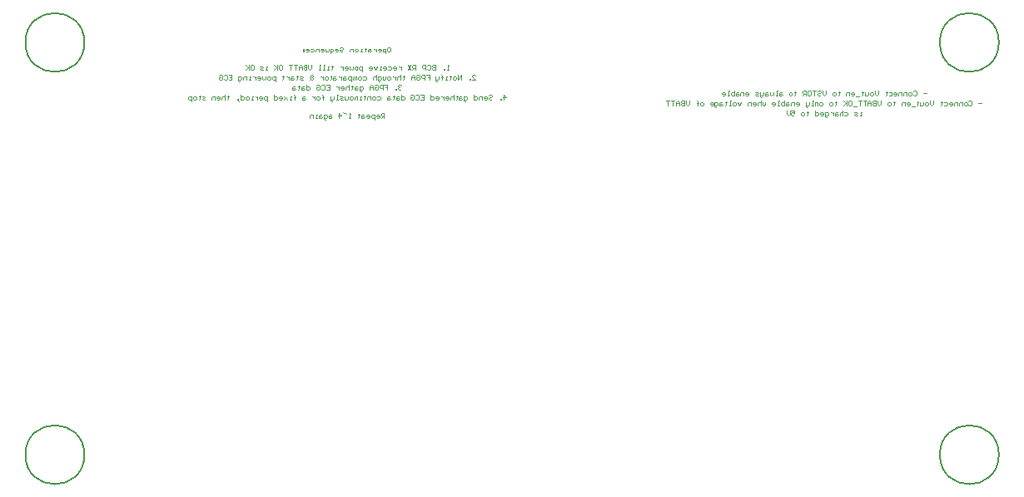
<source format=gbo>
G04*
G04 #@! TF.GenerationSoftware,Altium Limited,Altium Designer,21.6.4 (81)*
G04*
G04 Layer_Color=32896*
%FSLAX44Y44*%
%MOMM*%
G71*
G04*
G04 #@! TF.SameCoordinates,7EEBCD2D-C3DC-42FC-9086-E37A22DFF102*
G04*
G04*
G04 #@! TF.FilePolarity,Positive*
G04*
G01*
G75*
%ADD10C,0.2000*%
%ADD13C,0.1000*%
D10*
X990000Y30000D02*
G03*
X990000Y30000I-30000J0D01*
G01*
Y450000D02*
G03*
X990000Y450000I-30000J0D01*
G01*
X60000D02*
G03*
X60000Y450000I-30000J0D01*
G01*
Y30000D02*
G03*
X60000Y30000I-30000J0D01*
G01*
D13*
X369070Y445364D02*
X370736D01*
X371569Y444531D01*
Y441199D01*
X370736Y440366D01*
X369070D01*
X368237Y441199D01*
Y444531D01*
X369070Y445364D01*
X366570Y438700D02*
Y443698D01*
X364071D01*
X363238Y442865D01*
Y441199D01*
X364071Y440366D01*
X366570D01*
X359073D02*
X360739D01*
X361572Y441199D01*
Y442865D01*
X360739Y443698D01*
X359073D01*
X358240Y442865D01*
Y442032D01*
X361572D01*
X356574Y443698D02*
Y440366D01*
Y442032D01*
X355741Y442865D01*
X354908Y443698D01*
X354075D01*
X350742D02*
X349076D01*
X348243Y442865D01*
Y440366D01*
X350742D01*
X351575Y441199D01*
X350742Y442032D01*
X348243D01*
X345744Y444531D02*
Y443698D01*
X346577D01*
X344911D01*
X345744D01*
Y441199D01*
X344911Y440366D01*
X342412D02*
X340746D01*
X341579D01*
Y443698D01*
X342412D01*
X337413Y440366D02*
X335747D01*
X334914Y441199D01*
Y442865D01*
X335747Y443698D01*
X337413D01*
X338246Y442865D01*
Y441199D01*
X337413Y440366D01*
X333248D02*
Y443698D01*
X330749D01*
X329916Y442865D01*
Y440366D01*
X319919Y444531D02*
X320752Y445364D01*
X322418D01*
X323251Y444531D01*
Y443698D01*
X322418Y442865D01*
X320752D01*
X319919Y442032D01*
Y441199D01*
X320752Y440366D01*
X322418D01*
X323251Y441199D01*
X315754Y440366D02*
X317420D01*
X318253Y441199D01*
Y442865D01*
X317420Y443698D01*
X315754D01*
X314921Y442865D01*
Y442032D01*
X318253D01*
X309922Y438700D02*
Y443698D01*
X312421D01*
X313255Y442865D01*
Y441199D01*
X312421Y440366D01*
X309922D01*
X308256Y443698D02*
Y441199D01*
X307423Y440366D01*
X304924D01*
Y443698D01*
X300759Y440366D02*
X302425D01*
X303258Y441199D01*
Y442865D01*
X302425Y443698D01*
X300759D01*
X299925Y442865D01*
Y442032D01*
X303258D01*
X298259Y440366D02*
Y443698D01*
X295760D01*
X294927Y442865D01*
Y440366D01*
X289929Y443698D02*
X292428D01*
X293261Y442865D01*
Y441199D01*
X292428Y440366D01*
X289929D01*
X285763D02*
X287430D01*
X288263Y441199D01*
Y442865D01*
X287430Y443698D01*
X285763D01*
X284930Y442865D01*
Y442032D01*
X288263D01*
X283264Y443698D02*
X282431D01*
Y442865D01*
X283264D01*
Y443698D01*
Y441199D02*
X282431D01*
Y440366D01*
X283264D01*
Y441199D01*
X430300Y421904D02*
X428633D01*
X429467D01*
Y426902D01*
X430300Y426069D01*
X426134Y421904D02*
Y422737D01*
X425301D01*
Y421904D01*
X426134D01*
X416971Y426902D02*
Y421904D01*
X414471D01*
X413638Y422737D01*
Y423570D01*
X414471Y424403D01*
X416971D01*
X414471D01*
X413638Y425236D01*
Y426069D01*
X414471Y426902D01*
X416971D01*
X408640Y426069D02*
X409473Y426902D01*
X411139D01*
X411972Y426069D01*
Y422737D01*
X411139Y421904D01*
X409473D01*
X408640Y422737D01*
X406974Y421904D02*
Y426902D01*
X404475D01*
X403642Y426069D01*
Y424403D01*
X404475Y423570D01*
X406974D01*
X396977Y421904D02*
Y426902D01*
X394478D01*
X393645Y426069D01*
Y424403D01*
X394478Y423570D01*
X396977D01*
X395311D02*
X393645Y421904D01*
X391979Y426902D02*
X388647Y421904D01*
Y426902D02*
X391979Y421904D01*
X381982Y425236D02*
Y421904D01*
Y423570D01*
X381149Y424403D01*
X380316Y425236D01*
X379483D01*
X374484Y421904D02*
X376151D01*
X376984Y422737D01*
Y424403D01*
X376151Y425236D01*
X374484D01*
X373651Y424403D01*
Y423570D01*
X376984D01*
X368653Y425236D02*
X371152D01*
X371985Y424403D01*
Y422737D01*
X371152Y421904D01*
X368653D01*
X364488D02*
X366154D01*
X366987Y422737D01*
Y424403D01*
X366154Y425236D01*
X364488D01*
X363655Y424403D01*
Y423570D01*
X366987D01*
X361989Y421904D02*
X360322D01*
X361156D01*
Y425236D01*
X361989D01*
X357823D02*
X356157Y421904D01*
X354491Y425236D01*
X350326Y421904D02*
X351992D01*
X352825Y422737D01*
Y424403D01*
X351992Y425236D01*
X350326D01*
X349493Y424403D01*
Y423570D01*
X352825D01*
X342828Y420238D02*
Y425236D01*
X340329D01*
X339496Y424403D01*
Y422737D01*
X340329Y421904D01*
X342828D01*
X336997D02*
X335331D01*
X334498Y422737D01*
Y424403D01*
X335331Y425236D01*
X336997D01*
X337830Y424403D01*
Y422737D01*
X336997Y421904D01*
X332831Y425236D02*
Y422737D01*
X331998Y421904D01*
X331165Y422737D01*
X330332Y421904D01*
X329499Y422737D01*
Y425236D01*
X325334Y421904D02*
X327000D01*
X327833Y422737D01*
Y424403D01*
X327000Y425236D01*
X325334D01*
X324501Y424403D01*
Y423570D01*
X327833D01*
X322835Y425236D02*
Y421904D01*
Y423570D01*
X322002Y424403D01*
X321169Y425236D01*
X320336D01*
X312005Y426069D02*
Y425236D01*
X312838D01*
X311172D01*
X312005D01*
Y422737D01*
X311172Y421904D01*
X308673D02*
X307006D01*
X307840D01*
Y425236D01*
X308673D01*
X304507Y421904D02*
X302841D01*
X303674D01*
Y426902D01*
X304507D01*
X300342Y421904D02*
X298676D01*
X299509D01*
Y426902D01*
X300342D01*
X291178D02*
Y423570D01*
X289512Y421904D01*
X287846Y423570D01*
Y426902D01*
X286180D02*
Y421904D01*
X283681D01*
X282848Y422737D01*
Y423570D01*
X283681Y424403D01*
X286180D01*
X283681D01*
X282848Y425236D01*
Y426069D01*
X283681Y426902D01*
X286180D01*
X281182Y421904D02*
Y425236D01*
X279515Y426902D01*
X277849Y425236D01*
Y421904D01*
Y424403D01*
X281182D01*
X276183Y426902D02*
X272851D01*
X274517D01*
Y421904D01*
X271185Y426902D02*
X267853D01*
X269519D01*
Y421904D01*
X258689Y426902D02*
X260355D01*
X261188Y426069D01*
Y422737D01*
X260355Y421904D01*
X258689D01*
X257856Y422737D01*
Y426069D01*
X258689Y426902D01*
X256190D02*
Y421904D01*
Y423570D01*
X252857Y426902D01*
X255357Y424403D01*
X252857Y421904D01*
X246193D02*
X244527D01*
X245360D01*
Y425236D01*
X246193D01*
X242028Y421904D02*
X239529D01*
X238696Y422737D01*
X239529Y423570D01*
X241195D01*
X242028Y424403D01*
X241195Y425236D01*
X238696D01*
X229532Y426902D02*
X231198D01*
X232031Y426069D01*
Y422737D01*
X231198Y421904D01*
X229532D01*
X228699Y422737D01*
Y426069D01*
X229532Y426902D01*
X227033D02*
Y421904D01*
Y423570D01*
X223700Y426902D01*
X226200Y424403D01*
X223700Y421904D01*
X454042Y411840D02*
X457374D01*
X454042Y415172D01*
Y416005D01*
X454875Y416838D01*
X456541D01*
X457374Y416005D01*
X452376Y411840D02*
Y412673D01*
X451543D01*
Y411840D01*
X452376D01*
X443212D02*
Y416838D01*
X439880Y411840D01*
Y416838D01*
X437381Y411840D02*
X435714D01*
X434881Y412673D01*
Y414339D01*
X435714Y415172D01*
X437381D01*
X438214Y414339D01*
Y412673D01*
X437381Y411840D01*
X432382Y416005D02*
Y415172D01*
X433215D01*
X431549D01*
X432382D01*
Y412673D01*
X431549Y411840D01*
X429050D02*
X427384D01*
X428217D01*
Y415172D01*
X429050D01*
X424052Y411840D02*
Y416005D01*
Y414339D01*
X424885D01*
X423219D01*
X424052D01*
Y416005D01*
X423219Y416838D01*
X420719Y415172D02*
Y412673D01*
X419886Y411840D01*
X417387D01*
Y411007D01*
X418220Y410173D01*
X419053D01*
X417387Y411840D02*
Y415172D01*
X407390Y416838D02*
X410723D01*
Y414339D01*
X409057D01*
X410723D01*
Y411840D01*
X405724D02*
Y416838D01*
X403225D01*
X402392Y416005D01*
Y414339D01*
X403225Y413506D01*
X405724D01*
X397394Y416005D02*
X398227Y416838D01*
X399893D01*
X400726Y416005D01*
Y412673D01*
X399893Y411840D01*
X398227D01*
X397394Y412673D01*
Y414339D01*
X399060D01*
X395728Y411840D02*
Y415172D01*
X394061Y416838D01*
X392395Y415172D01*
Y411840D01*
Y414339D01*
X395728D01*
X384898Y416005D02*
Y415172D01*
X385731D01*
X384065D01*
X384898D01*
Y412673D01*
X384065Y411840D01*
X381566Y416838D02*
Y411840D01*
Y414339D01*
X380732Y415172D01*
X379066D01*
X378233Y414339D01*
Y411840D01*
X376567Y415172D02*
Y411840D01*
Y413506D01*
X375734Y414339D01*
X374901Y415172D01*
X374068D01*
X370736Y411840D02*
X369070D01*
X368237Y412673D01*
Y414339D01*
X369070Y415172D01*
X370736D01*
X371569Y414339D01*
Y412673D01*
X370736Y411840D01*
X366570Y415172D02*
Y412673D01*
X365737Y411840D01*
X363238D01*
Y415172D01*
X359906Y410173D02*
X359073D01*
X358240Y411007D01*
Y415172D01*
X360739D01*
X361572Y414339D01*
Y412673D01*
X360739Y411840D01*
X358240D01*
X356574Y416838D02*
Y411840D01*
Y414339D01*
X355741Y415172D01*
X354075D01*
X353241Y414339D01*
Y411840D01*
X343245Y415172D02*
X345744D01*
X346577Y414339D01*
Y412673D01*
X345744Y411840D01*
X343245D01*
X340746D02*
X339079D01*
X338246Y412673D01*
Y414339D01*
X339079Y415172D01*
X340746D01*
X341579Y414339D01*
Y412673D01*
X340746Y411840D01*
X336580D02*
Y415172D01*
X335747D01*
X334914Y414339D01*
Y411840D01*
Y414339D01*
X334081Y415172D01*
X333248Y414339D01*
Y411840D01*
X331582Y410173D02*
Y415172D01*
X329083D01*
X328250Y414339D01*
Y412673D01*
X329083Y411840D01*
X331582D01*
X325750Y415172D02*
X324084D01*
X323251Y414339D01*
Y411840D01*
X325750D01*
X326584Y412673D01*
X325750Y413506D01*
X323251D01*
X321585Y415172D02*
Y411840D01*
Y413506D01*
X320752Y414339D01*
X319919Y415172D01*
X319086D01*
X315754D02*
X314088D01*
X313255Y414339D01*
Y411840D01*
X315754D01*
X316587Y412673D01*
X315754Y413506D01*
X313255D01*
X310755Y416005D02*
Y415172D01*
X311588D01*
X309922D01*
X310755D01*
Y412673D01*
X309922Y411840D01*
X306590D02*
X304924D01*
X304091Y412673D01*
Y414339D01*
X304924Y415172D01*
X306590D01*
X307423Y414339D01*
Y412673D01*
X306590Y411840D01*
X302425Y415172D02*
Y411840D01*
Y413506D01*
X301592Y414339D01*
X300759Y415172D01*
X299925D01*
X289096Y411840D02*
X289929Y412673D01*
X290762Y411840D01*
X291595D01*
X292428Y412673D01*
Y413506D01*
X291595Y414339D01*
X292428Y415172D01*
Y416005D01*
X291595Y416838D01*
X290762D01*
X289929Y416005D01*
Y415172D01*
X290762Y414339D01*
X289929Y413506D01*
Y412673D01*
X289096Y414339D02*
X289929Y413506D01*
X291595Y414339D02*
X290762D01*
X282431Y411840D02*
X279932D01*
X279099Y412673D01*
X279932Y413506D01*
X281598D01*
X282431Y414339D01*
X281598Y415172D01*
X279099D01*
X276600Y416005D02*
Y415172D01*
X277433D01*
X275767D01*
X276600D01*
Y412673D01*
X275767Y411840D01*
X272435Y415172D02*
X270768D01*
X269935Y414339D01*
Y411840D01*
X272435D01*
X273268Y412673D01*
X272435Y413506D01*
X269935D01*
X268269Y415172D02*
Y411840D01*
Y413506D01*
X267436Y414339D01*
X266603Y415172D01*
X265770D01*
X262438Y416005D02*
Y415172D01*
X263271D01*
X261605D01*
X262438D01*
Y412673D01*
X261605Y411840D01*
X254107Y410173D02*
Y415172D01*
X251608D01*
X250775Y414339D01*
Y412673D01*
X251608Y411840D01*
X254107D01*
X248276D02*
X246610D01*
X245777Y412673D01*
Y414339D01*
X246610Y415172D01*
X248276D01*
X249109Y414339D01*
Y412673D01*
X248276Y411840D01*
X244110Y415172D02*
Y412673D01*
X243277Y411840D01*
X242444Y412673D01*
X241611Y411840D01*
X240778Y412673D01*
Y415172D01*
X236613Y411840D02*
X238279D01*
X239112Y412673D01*
Y414339D01*
X238279Y415172D01*
X236613D01*
X235780Y414339D01*
Y413506D01*
X239112D01*
X234114Y415172D02*
Y411840D01*
Y413506D01*
X233281Y414339D01*
X232448Y415172D01*
X231614D01*
X229115Y411840D02*
X227449D01*
X228282D01*
Y415172D01*
X229115D01*
X224950Y411840D02*
Y415172D01*
X222451D01*
X221618Y414339D01*
Y411840D01*
X218286Y410173D02*
X217452D01*
X216619Y411007D01*
Y415172D01*
X219119D01*
X219952Y414339D01*
Y412673D01*
X219119Y411840D01*
X216619D01*
X206623Y416838D02*
X209955D01*
Y411840D01*
X206623D01*
X209955Y414339D02*
X208289D01*
X201624Y416005D02*
X202457Y416838D01*
X204123D01*
X204956Y416005D01*
Y412673D01*
X204123Y411840D01*
X202457D01*
X201624Y412673D01*
X196626Y416005D02*
X197459Y416838D01*
X199125D01*
X199958Y416005D01*
Y412673D01*
X199125Y411840D01*
X197459D01*
X196626Y412673D01*
Y414339D01*
X198292D01*
X382399Y405941D02*
X381566Y406774D01*
X379899D01*
X379066Y405941D01*
Y405108D01*
X379899Y404275D01*
X380732D01*
X379899D01*
X379066Y403442D01*
Y402609D01*
X379899Y401776D01*
X381566D01*
X382399Y402609D01*
X377400Y401776D02*
Y402609D01*
X376567D01*
Y401776D01*
X377400D01*
X364904Y406774D02*
X368237D01*
Y404275D01*
X366570D01*
X368237D01*
Y401776D01*
X363238D02*
Y406774D01*
X360739D01*
X359906Y405941D01*
Y404275D01*
X360739Y403442D01*
X363238D01*
X354907Y405941D02*
X355741Y406774D01*
X357407D01*
X358240Y405941D01*
Y402609D01*
X357407Y401776D01*
X355741D01*
X354907Y402609D01*
Y404275D01*
X356574D01*
X353241Y401776D02*
Y405108D01*
X351575Y406774D01*
X349909Y405108D01*
Y401776D01*
Y404275D01*
X353241D01*
X341579Y400109D02*
X340746D01*
X339912Y400942D01*
Y405108D01*
X342412D01*
X343245Y404275D01*
Y402609D01*
X342412Y401776D01*
X339912D01*
X337413Y405108D02*
X335747D01*
X334914Y404275D01*
Y401776D01*
X337413D01*
X338246Y402609D01*
X337413Y403442D01*
X334914D01*
X332415Y405941D02*
Y405108D01*
X333248D01*
X331582D01*
X332415D01*
Y402609D01*
X331582Y401776D01*
X329083Y406774D02*
Y401776D01*
Y404275D01*
X328250Y405108D01*
X326584D01*
X325750Y404275D01*
Y401776D01*
X321585D02*
X323251D01*
X324084Y402609D01*
Y404275D01*
X323251Y405108D01*
X321585D01*
X320752Y404275D01*
Y403442D01*
X324084D01*
X319086Y405108D02*
Y401776D01*
Y403442D01*
X318253Y404275D01*
X317420Y405108D01*
X316587D01*
X305757Y406774D02*
X309089D01*
Y401776D01*
X305757D01*
X309089Y404275D02*
X307423D01*
X300759Y405941D02*
X301592Y406774D01*
X303258D01*
X304091Y405941D01*
Y402609D01*
X303258Y401776D01*
X301592D01*
X300759Y402609D01*
X295760Y405941D02*
X296593Y406774D01*
X298259D01*
X299093Y405941D01*
Y402609D01*
X298259Y401776D01*
X296593D01*
X295760Y402609D01*
Y404275D01*
X297426D01*
X285763Y406774D02*
Y401776D01*
X288263D01*
X289096Y402609D01*
Y404275D01*
X288263Y405108D01*
X285763D01*
X283264D02*
X281598D01*
X280765Y404275D01*
Y401776D01*
X283264D01*
X284097Y402609D01*
X283264Y403442D01*
X280765D01*
X278266Y405941D02*
Y405108D01*
X279099D01*
X277433D01*
X278266D01*
Y402609D01*
X277433Y401776D01*
X274101Y405108D02*
X272435D01*
X271601Y404275D01*
Y401776D01*
X274101D01*
X274934Y402609D01*
X274101Y403442D01*
X271601D01*
X486115Y391711D02*
Y396710D01*
X488614Y394211D01*
X485282D01*
X483615Y391711D02*
Y392544D01*
X482782D01*
Y391711D01*
X483615D01*
X471120Y395877D02*
X471953Y396710D01*
X473619D01*
X474452Y395877D01*
Y395044D01*
X473619Y394211D01*
X471953D01*
X471120Y393377D01*
Y392544D01*
X471953Y391711D01*
X473619D01*
X474452Y392544D01*
X466954Y391711D02*
X468620D01*
X469454Y392544D01*
Y394211D01*
X468620Y395044D01*
X466954D01*
X466121Y394211D01*
Y393377D01*
X469454D01*
X464455Y391711D02*
Y395044D01*
X461956D01*
X461123Y394211D01*
Y391711D01*
X456124Y396710D02*
Y391711D01*
X458624D01*
X459457Y392544D01*
Y394211D01*
X458624Y395044D01*
X456124D01*
X447794Y390045D02*
X446961D01*
X446128Y390878D01*
Y395044D01*
X448627D01*
X449460Y394211D01*
Y392544D01*
X448627Y391711D01*
X446128D01*
X443629Y395044D02*
X441963D01*
X441129Y394211D01*
Y391711D01*
X443629D01*
X444462Y392544D01*
X443629Y393377D01*
X441129D01*
X438630Y395877D02*
Y395044D01*
X439463D01*
X437797D01*
X438630D01*
Y392544D01*
X437797Y391711D01*
X435298Y396710D02*
Y391711D01*
Y394211D01*
X434465Y395044D01*
X432799D01*
X431966Y394211D01*
Y391711D01*
X427800D02*
X429467D01*
X430300Y392544D01*
Y394211D01*
X429467Y395044D01*
X427800D01*
X426967Y394211D01*
Y393377D01*
X430300D01*
X425301Y395044D02*
Y391711D01*
Y393377D01*
X424468Y394211D01*
X423635Y395044D01*
X422802D01*
X417804Y391711D02*
X419470D01*
X420303Y392544D01*
Y394211D01*
X419470Y395044D01*
X417804D01*
X416971Y394211D01*
Y393377D01*
X420303D01*
X411972Y396710D02*
Y391711D01*
X414471D01*
X415304Y392544D01*
Y394211D01*
X414471Y395044D01*
X411972D01*
X401976Y396710D02*
X405308D01*
Y391711D01*
X401976D01*
X405308Y394211D02*
X403642D01*
X396977Y395877D02*
X397810Y396710D01*
X399476D01*
X400309Y395877D01*
Y392544D01*
X399476Y391711D01*
X397810D01*
X396977Y392544D01*
X391979Y395877D02*
X392812Y396710D01*
X394478D01*
X395311Y395877D01*
Y392544D01*
X394478Y391711D01*
X392812D01*
X391979Y392544D01*
Y394211D01*
X393645D01*
X381982Y396710D02*
Y391711D01*
X384481D01*
X385314Y392544D01*
Y394211D01*
X384481Y395044D01*
X381982D01*
X379483D02*
X377817D01*
X376984Y394211D01*
Y391711D01*
X379483D01*
X380316Y392544D01*
X379483Y393377D01*
X376984D01*
X374484Y395877D02*
Y395044D01*
X375318D01*
X373652D01*
X374484D01*
Y392544D01*
X373652Y391711D01*
X370319Y395044D02*
X368653D01*
X367820Y394211D01*
Y391711D01*
X370319D01*
X371152Y392544D01*
X370319Y393377D01*
X367820D01*
X357823Y395044D02*
X360322D01*
X361156Y394211D01*
Y392544D01*
X360322Y391711D01*
X357823D01*
X355324D02*
X353658D01*
X352825Y392544D01*
Y394211D01*
X353658Y395044D01*
X355324D01*
X356157Y394211D01*
Y392544D01*
X355324Y391711D01*
X351159D02*
Y395044D01*
X348660D01*
X347827Y394211D01*
Y391711D01*
X345327Y395877D02*
Y395044D01*
X346160D01*
X344494D01*
X345327D01*
Y392544D01*
X344494Y391711D01*
X341995D02*
X340329D01*
X341162D01*
Y395044D01*
X341995D01*
X337830Y391711D02*
Y395044D01*
X335331D01*
X334498Y394211D01*
Y391711D01*
X331998D02*
X330332D01*
X329499Y392544D01*
Y394211D01*
X330332Y395044D01*
X331998D01*
X332831Y394211D01*
Y392544D01*
X331998Y391711D01*
X327833Y395044D02*
Y392544D01*
X327000Y391711D01*
X324501D01*
Y395044D01*
X322835Y391711D02*
X320336D01*
X319503Y392544D01*
X320336Y393377D01*
X322002D01*
X322835Y394211D01*
X322002Y395044D01*
X319503D01*
X317836Y391711D02*
X316170D01*
X317003D01*
Y396710D01*
X317836D01*
X313671Y395044D02*
Y392544D01*
X312838Y391711D01*
X310339D01*
Y390878D01*
X311172Y390045D01*
X312005D01*
X310339Y391711D02*
Y395044D01*
X302841Y391711D02*
Y395877D01*
Y394211D01*
X303674D01*
X302008D01*
X302841D01*
Y395877D01*
X302008Y396710D01*
X298676Y391711D02*
X297010D01*
X296177Y392544D01*
Y394211D01*
X297010Y395044D01*
X298676D01*
X299509Y394211D01*
Y392544D01*
X298676Y391711D01*
X294511Y395044D02*
Y391711D01*
Y393377D01*
X293678Y394211D01*
X292845Y395044D01*
X292011D01*
X283681D02*
X282015D01*
X281182Y394211D01*
Y391711D01*
X283681D01*
X284514Y392544D01*
X283681Y393377D01*
X281182D01*
X273684Y391711D02*
Y395877D01*
Y394211D01*
X274517D01*
X272851D01*
X273684D01*
Y395877D01*
X272851Y396710D01*
X270352Y391711D02*
X268686D01*
X269519D01*
Y395044D01*
X270352D01*
X266187D02*
X262854Y391711D01*
X264520Y393377D01*
X262854Y395044D01*
X266187Y391711D01*
X258689D02*
X260355D01*
X261188Y392544D01*
Y394211D01*
X260355Y395044D01*
X258689D01*
X257856Y394211D01*
Y393377D01*
X261188D01*
X252857Y396710D02*
Y391711D01*
X255357D01*
X256190Y392544D01*
Y394211D01*
X255357Y395044D01*
X252857D01*
X246193Y390045D02*
Y395044D01*
X243694D01*
X242861Y394211D01*
Y392544D01*
X243694Y391711D01*
X246193D01*
X238696D02*
X240362D01*
X241195Y392544D01*
Y394211D01*
X240362Y395044D01*
X238696D01*
X237862Y394211D01*
Y393377D01*
X241195D01*
X236196Y395044D02*
Y391711D01*
Y393377D01*
X235363Y394211D01*
X234530Y395044D01*
X233697D01*
X231198Y391711D02*
X229532D01*
X230365D01*
Y395044D01*
X231198D01*
X226200Y391711D02*
X224534D01*
X223700Y392544D01*
Y394211D01*
X224534Y395044D01*
X226200D01*
X227033Y394211D01*
Y392544D01*
X226200Y391711D01*
X218702Y396710D02*
Y391711D01*
X221201D01*
X222034Y392544D01*
Y394211D01*
X221201Y395044D01*
X218702D01*
X216203Y390878D02*
X215370Y391711D01*
Y392544D01*
X216203D01*
Y391711D01*
X215370D01*
X216203Y390878D01*
X217036Y390045D01*
X206206Y395877D02*
Y395044D01*
X207039D01*
X205373D01*
X206206D01*
Y392544D01*
X205373Y391711D01*
X202874Y396710D02*
Y391711D01*
Y394211D01*
X202041Y395044D01*
X200375D01*
X199542Y394211D01*
Y391711D01*
X195376D02*
X197042D01*
X197875Y392544D01*
Y394211D01*
X197042Y395044D01*
X195376D01*
X194543Y394211D01*
Y393377D01*
X197875D01*
X192877Y391711D02*
Y395044D01*
X190378D01*
X189545Y394211D01*
Y391711D01*
X182880D02*
X180381D01*
X179548Y392544D01*
X180381Y393377D01*
X182047D01*
X182880Y394211D01*
X182047Y395044D01*
X179548D01*
X177049Y395877D02*
Y395044D01*
X177882D01*
X176216D01*
X177049D01*
Y392544D01*
X176216Y391711D01*
X172884D02*
X171217D01*
X170385Y392544D01*
Y394211D01*
X171217Y395044D01*
X172884D01*
X173717Y394211D01*
Y392544D01*
X172884Y391711D01*
X168718Y390045D02*
Y395044D01*
X166219D01*
X165386Y394211D01*
Y392544D01*
X166219Y391711D01*
X168718D01*
X364904Y373249D02*
Y378248D01*
X362405D01*
X361572Y377415D01*
Y375748D01*
X362405Y374915D01*
X364904D01*
X363238D02*
X361572Y373249D01*
X357407D02*
X359073D01*
X359906Y374082D01*
Y375748D01*
X359073Y376581D01*
X357407D01*
X356574Y375748D01*
Y374915D01*
X359906D01*
X354908Y371583D02*
Y376581D01*
X352408D01*
X351575Y375748D01*
Y374082D01*
X352408Y373249D01*
X354908D01*
X347410D02*
X349076D01*
X349909Y374082D01*
Y375748D01*
X349076Y376581D01*
X347410D01*
X346577Y375748D01*
Y374915D01*
X349909D01*
X344078Y376581D02*
X342412D01*
X341579Y375748D01*
Y373249D01*
X344078D01*
X344911Y374082D01*
X344078Y374915D01*
X341579D01*
X339079Y377415D02*
Y376581D01*
X339912D01*
X338246D01*
X339079D01*
Y374082D01*
X338246Y373249D01*
X330749D02*
X329083D01*
X329916D01*
Y378248D01*
X330749Y377415D01*
X326584D02*
X325750Y378248D01*
X324084D01*
X323251Y379081D01*
X319086Y373249D02*
Y378248D01*
X321585Y375748D01*
X318253D01*
X310755Y376581D02*
X309089D01*
X308256Y375748D01*
Y373249D01*
X310755D01*
X311588Y374082D01*
X310755Y374915D01*
X308256D01*
X304924Y371583D02*
X304091D01*
X303258Y372416D01*
Y376581D01*
X305757D01*
X306590Y375748D01*
Y374082D01*
X305757Y373249D01*
X303258D01*
X300759Y376581D02*
X299093D01*
X298259Y375748D01*
Y373249D01*
X300759D01*
X301592Y374082D01*
X300759Y374915D01*
X298259D01*
X296593Y373249D02*
X294927D01*
X295760D01*
Y376581D01*
X296593D01*
X292428Y373249D02*
Y376581D01*
X289929D01*
X289096Y375748D01*
Y373249D01*
X916383Y398044D02*
X913050D01*
X903054Y399710D02*
X903887Y400543D01*
X905553D01*
X906386Y399710D01*
Y396377D01*
X905553Y395544D01*
X903887D01*
X903054Y396377D01*
X900555Y395544D02*
X898888D01*
X898055Y396377D01*
Y398044D01*
X898888Y398877D01*
X900555D01*
X901387Y398044D01*
Y396377D01*
X900555Y395544D01*
X896389D02*
Y398877D01*
X893890D01*
X893057Y398044D01*
Y395544D01*
X891391D02*
Y398877D01*
X888892D01*
X888058Y398044D01*
Y395544D01*
X883893D02*
X885559D01*
X886392Y396377D01*
Y398044D01*
X885559Y398877D01*
X883893D01*
X883060Y398044D01*
Y397211D01*
X886392D01*
X878062Y398877D02*
X880561D01*
X881394Y398044D01*
Y396377D01*
X880561Y395544D01*
X878062D01*
X875563Y399710D02*
Y398877D01*
X876396D01*
X874730D01*
X875563D01*
Y396377D01*
X874730Y395544D01*
X867232Y400543D02*
Y397211D01*
X865566Y395544D01*
X863900Y397211D01*
Y400543D01*
X861401Y395544D02*
X859734D01*
X858901Y396377D01*
Y398044D01*
X859734Y398877D01*
X861401D01*
X862234Y398044D01*
Y396377D01*
X861401Y395544D01*
X857235Y398877D02*
Y396377D01*
X856402Y395544D01*
X853903D01*
Y398877D01*
X851404Y399710D02*
Y398877D01*
X852237D01*
X850571D01*
X851404D01*
Y396377D01*
X850571Y395544D01*
X848072Y394711D02*
X844739D01*
X840574Y395544D02*
X842240D01*
X843073Y396377D01*
Y398044D01*
X842240Y398877D01*
X840574D01*
X839741Y398044D01*
Y397211D01*
X843073D01*
X838075Y395544D02*
Y398877D01*
X835576D01*
X834743Y398044D01*
Y395544D01*
X827245Y399710D02*
Y398877D01*
X828078D01*
X826412D01*
X827245D01*
Y396377D01*
X826412Y395544D01*
X823080D02*
X821414D01*
X820581Y396377D01*
Y398044D01*
X821414Y398877D01*
X823080D01*
X823913Y398044D01*
Y396377D01*
X823080Y395544D01*
X813916Y400543D02*
Y397211D01*
X812250Y395544D01*
X810584Y397211D01*
Y400543D01*
X805585Y399710D02*
X806419Y400543D01*
X808085D01*
X808918Y399710D01*
Y398877D01*
X808085Y398044D01*
X806419D01*
X805585Y397211D01*
Y396377D01*
X806419Y395544D01*
X808085D01*
X808918Y396377D01*
X803919Y400543D02*
X800587D01*
X802253D01*
Y395544D01*
X796422Y400543D02*
X798088D01*
X798921Y399710D01*
Y396377D01*
X798088Y395544D01*
X796422D01*
X795589Y396377D01*
Y399710D01*
X796422Y400543D01*
X793923Y395544D02*
Y400543D01*
X791423D01*
X790590Y399710D01*
Y398044D01*
X791423Y397211D01*
X793923D01*
X792256D02*
X790590Y395544D01*
X783093Y399710D02*
Y398877D01*
X783926D01*
X782260D01*
X783093D01*
Y396377D01*
X782260Y395544D01*
X778928D02*
X777261D01*
X776428Y396377D01*
Y398044D01*
X777261Y398877D01*
X778928D01*
X779761Y398044D01*
Y396377D01*
X778928Y395544D01*
X768931Y398877D02*
X767265D01*
X766432Y398044D01*
Y395544D01*
X768931D01*
X769764Y396377D01*
X768931Y397211D01*
X766432D01*
X764765Y395544D02*
X763099D01*
X763932D01*
Y400543D01*
X764765D01*
X760600Y398877D02*
Y396377D01*
X759767Y395544D01*
X758934Y396377D01*
X758101Y395544D01*
X757268Y396377D01*
Y398877D01*
X754769D02*
X753103D01*
X752270Y398044D01*
Y395544D01*
X754769D01*
X755602Y396377D01*
X754769Y397211D01*
X752270D01*
X750603Y398877D02*
Y396377D01*
X749770Y395544D01*
X747271D01*
Y394711D01*
X748104Y393878D01*
X748937D01*
X747271Y395544D02*
Y398877D01*
X745605Y395544D02*
X743106D01*
X742273Y396377D01*
X743106Y397211D01*
X744772D01*
X745605Y398044D01*
X744772Y398877D01*
X742273D01*
X733109Y395544D02*
X734775D01*
X735608Y396377D01*
Y398044D01*
X734775Y398877D01*
X733109D01*
X732276Y398044D01*
Y397211D01*
X735608D01*
X730610Y395544D02*
Y398877D01*
X728111D01*
X727278Y398044D01*
Y395544D01*
X724779Y398877D02*
X723112D01*
X722279Y398044D01*
Y395544D01*
X724779D01*
X725612Y396377D01*
X724779Y397211D01*
X722279D01*
X720613Y400543D02*
Y395544D01*
X718114D01*
X717281Y396377D01*
Y397211D01*
Y398044D01*
X718114Y398877D01*
X720613D01*
X715615Y395544D02*
X713949D01*
X714782D01*
Y400543D01*
X715615D01*
X708950Y395544D02*
X710617D01*
X711450Y396377D01*
Y398044D01*
X710617Y398877D01*
X708950D01*
X708117Y398044D01*
Y397211D01*
X711450D01*
X972614Y387979D02*
X969282D01*
X959285Y389646D02*
X960118Y390479D01*
X961785D01*
X962617Y389646D01*
Y386313D01*
X961785Y385480D01*
X960118D01*
X959285Y386313D01*
X956786Y385480D02*
X955120D01*
X954287Y386313D01*
Y387979D01*
X955120Y388812D01*
X956786D01*
X957619Y387979D01*
Y386313D01*
X956786Y385480D01*
X952621D02*
Y388812D01*
X950122D01*
X949289Y387979D01*
Y385480D01*
X947622D02*
Y388812D01*
X945123D01*
X944290Y387979D01*
Y385480D01*
X940125D02*
X941791D01*
X942624Y386313D01*
Y387979D01*
X941791Y388812D01*
X940125D01*
X939292Y387979D01*
Y387146D01*
X942624D01*
X934294Y388812D02*
X936793D01*
X937626Y387979D01*
Y386313D01*
X936793Y385480D01*
X934294D01*
X931794Y389646D02*
Y388812D01*
X932627D01*
X930961D01*
X931794D01*
Y386313D01*
X930961Y385480D01*
X923464Y390479D02*
Y387146D01*
X921797Y385480D01*
X920131Y387146D01*
Y390479D01*
X917632Y385480D02*
X915966D01*
X915133Y386313D01*
Y387979D01*
X915966Y388812D01*
X917632D01*
X918465Y387979D01*
Y386313D01*
X917632Y385480D01*
X913467Y388812D02*
Y386313D01*
X912634Y385480D01*
X910135D01*
Y388812D01*
X907635Y389646D02*
Y388812D01*
X908469D01*
X906803D01*
X907635D01*
Y386313D01*
X906803Y385480D01*
X904303Y384647D02*
X900971D01*
X896806Y385480D02*
X898472D01*
X899305Y386313D01*
Y387979D01*
X898472Y388812D01*
X896806D01*
X895973Y387979D01*
Y387146D01*
X899305D01*
X894306Y385480D02*
Y388812D01*
X891807D01*
X890974Y387979D01*
Y385480D01*
X883477Y389646D02*
Y388812D01*
X884310D01*
X882644D01*
X883477D01*
Y386313D01*
X882644Y385480D01*
X879311D02*
X877645D01*
X876812Y386313D01*
Y387979D01*
X877645Y388812D01*
X879311D01*
X880145Y387979D01*
Y386313D01*
X879311Y385480D01*
X870148Y390479D02*
Y387146D01*
X868482Y385480D01*
X866815Y387146D01*
Y390479D01*
X865149D02*
Y385480D01*
X862650D01*
X861817Y386313D01*
Y387146D01*
X862650Y387979D01*
X865149D01*
X862650D01*
X861817Y388812D01*
Y389646D01*
X862650Y390479D01*
X865149D01*
X860151Y385480D02*
Y388812D01*
X858485Y390479D01*
X856819Y388812D01*
Y385480D01*
Y387979D01*
X860151D01*
X855153Y390479D02*
X851820D01*
X853486D01*
Y385480D01*
X850154Y390479D02*
X846822D01*
X848488D01*
Y385480D01*
X845156Y384647D02*
X841824D01*
X837658Y390479D02*
X839324D01*
X840158Y389646D01*
Y386313D01*
X839324Y385480D01*
X837658D01*
X836825Y386313D01*
Y389646D01*
X837658Y390479D01*
X835159D02*
Y385480D01*
Y387146D01*
X831827Y390479D01*
X834326Y387979D01*
X831827Y385480D01*
X824329Y389646D02*
Y388812D01*
X825163D01*
X823496D01*
X824329D01*
Y386313D01*
X823496Y385480D01*
X820164D02*
X818498D01*
X817665Y386313D01*
Y387979D01*
X818498Y388812D01*
X820164D01*
X820997Y387979D01*
Y386313D01*
X820164Y385480D01*
X810167D02*
X808501D01*
X807668Y386313D01*
Y387979D01*
X808501Y388812D01*
X810167D01*
X811000Y387979D01*
Y386313D01*
X810167Y385480D01*
X806002D02*
Y388812D01*
X803503D01*
X802670Y387979D01*
Y385480D01*
X801004D02*
X799338D01*
X800171D01*
Y390479D01*
X801004D01*
X796838Y388812D02*
Y386313D01*
X796005Y385480D01*
X793506D01*
Y384647D01*
X794339Y383814D01*
X795172D01*
X793506Y385480D02*
Y388812D01*
X784342Y385480D02*
X786009D01*
X786842Y386313D01*
Y387979D01*
X786009Y388812D01*
X784342D01*
X783509Y387979D01*
Y387146D01*
X786842D01*
X781843Y385480D02*
Y388812D01*
X779344D01*
X778511Y387979D01*
Y385480D01*
X776012Y388812D02*
X774346D01*
X773513Y387979D01*
Y385480D01*
X776012D01*
X776845Y386313D01*
X776012Y387146D01*
X773513D01*
X771846Y390479D02*
Y385480D01*
X769347D01*
X768514Y386313D01*
Y387146D01*
Y387979D01*
X769347Y388812D01*
X771846D01*
X766848Y385480D02*
X765182D01*
X766015D01*
Y390479D01*
X766848D01*
X760184Y385480D02*
X761850D01*
X762683Y386313D01*
Y387979D01*
X761850Y388812D01*
X760184D01*
X759351Y387979D01*
Y387146D01*
X762683D01*
X752686Y388812D02*
Y386313D01*
X751853Y385480D01*
X751020Y386313D01*
X750187Y385480D01*
X749354Y386313D01*
Y388812D01*
X747688Y390479D02*
Y385480D01*
Y387979D01*
X746855Y388812D01*
X745189D01*
X744355Y387979D01*
Y385480D01*
X740190D02*
X741856D01*
X742689Y386313D01*
Y387979D01*
X741856Y388812D01*
X740190D01*
X739357Y387979D01*
Y387146D01*
X742689D01*
X737691Y385480D02*
Y388812D01*
X735192D01*
X734359Y387979D01*
Y385480D01*
X727694Y388812D02*
X726028Y385480D01*
X724362Y388812D01*
X721863Y385480D02*
X720197D01*
X719364Y386313D01*
Y387979D01*
X720197Y388812D01*
X721863D01*
X722696Y387979D01*
Y386313D01*
X721863Y385480D01*
X717698D02*
X716031D01*
X716864D01*
Y390479D01*
X717698D01*
X712699Y389646D02*
Y388812D01*
X713532D01*
X711866D01*
X712699D01*
Y386313D01*
X711866Y385480D01*
X708534Y388812D02*
X706868D01*
X706035Y387979D01*
Y385480D01*
X708534D01*
X709367Y386313D01*
X708534Y387146D01*
X706035D01*
X702702Y383814D02*
X701869D01*
X701036Y384647D01*
Y388812D01*
X703536D01*
X704369Y387979D01*
Y386313D01*
X703536Y385480D01*
X701036D01*
X696871D02*
X698537D01*
X699370Y386313D01*
Y387979D01*
X698537Y388812D01*
X696871D01*
X696038Y387979D01*
Y387146D01*
X699370D01*
X688540Y385480D02*
X686874D01*
X686041Y386313D01*
Y387979D01*
X686874Y388812D01*
X688540D01*
X689373Y387979D01*
Y386313D01*
X688540Y385480D01*
X683542D02*
Y389646D01*
Y387979D01*
X684375D01*
X682709D01*
X683542D01*
Y389646D01*
X682709Y390479D01*
X675211D02*
Y387146D01*
X673545Y385480D01*
X671879Y387146D01*
Y390479D01*
X670213D02*
Y385480D01*
X667714D01*
X666881Y386313D01*
Y387146D01*
X667714Y387979D01*
X670213D01*
X667714D01*
X666881Y388812D01*
Y389646D01*
X667714Y390479D01*
X670213D01*
X665215Y385480D02*
Y388812D01*
X663549Y390479D01*
X661882Y388812D01*
Y385480D01*
Y387979D01*
X665215D01*
X660216Y390479D02*
X656884D01*
X658550D01*
Y385480D01*
X655218Y390479D02*
X651886D01*
X653552D01*
Y385480D01*
X850571Y375416D02*
X848905D01*
X849738D01*
Y378748D01*
X850571D01*
X846405Y375416D02*
X843906D01*
X843073Y376249D01*
X843906Y377082D01*
X845572D01*
X846405Y377915D01*
X845572Y378748D01*
X843073D01*
X833076D02*
X835576D01*
X836409Y377915D01*
Y376249D01*
X835576Y375416D01*
X833076D01*
X831410Y380415D02*
Y375416D01*
Y377915D01*
X830577Y378748D01*
X828911D01*
X828078Y377915D01*
Y375416D01*
X825579Y378748D02*
X823913D01*
X823080Y377915D01*
Y375416D01*
X825579D01*
X826412Y376249D01*
X825579Y377082D01*
X823080D01*
X821414Y378748D02*
Y375416D01*
Y377082D01*
X820581Y377915D01*
X819747Y378748D01*
X818914D01*
X814749Y373750D02*
X813916D01*
X813083Y374583D01*
Y378748D01*
X815582D01*
X816415Y377915D01*
Y376249D01*
X815582Y375416D01*
X813083D01*
X808918D02*
X810584D01*
X811417Y376249D01*
Y377915D01*
X810584Y378748D01*
X808918D01*
X808085Y377915D01*
Y377082D01*
X811417D01*
X803086Y380415D02*
Y375416D01*
X805585D01*
X806419Y376249D01*
Y377915D01*
X805585Y378748D01*
X803086D01*
X795589Y379581D02*
Y378748D01*
X796422D01*
X794756D01*
X795589D01*
Y376249D01*
X794756Y375416D01*
X791423D02*
X789757D01*
X788924Y376249D01*
Y377915D01*
X789757Y378748D01*
X791423D01*
X792256Y377915D01*
Y376249D01*
X791423Y375416D01*
X778928Y380415D02*
X782260D01*
Y377915D01*
X780594Y378748D01*
X779761D01*
X778928Y377915D01*
Y376249D01*
X779761Y375416D01*
X781427D01*
X782260Y376249D01*
X777261Y380415D02*
Y377082D01*
X775595Y375416D01*
X773929Y377082D01*
Y380415D01*
M02*

</source>
